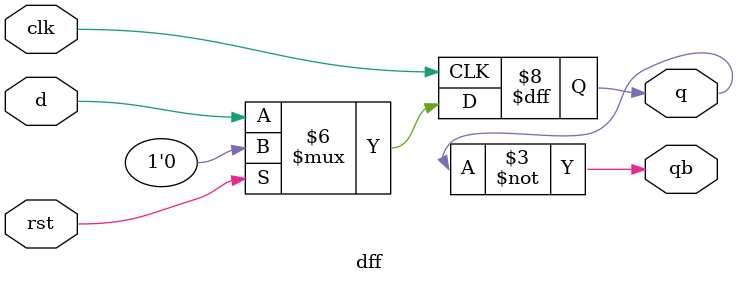
<source format=v>
module dff(clk,rst,d,q,qb);
input clk;
input rst;
input d;
output reg q=0;
output qb;

always@(posedge clk)
 begin
     if(!rst) begin
         q = d;
     end
     else begin
         q = 1'b0;
     end
 end
 assign qb = ~q;
 endmodule

</source>
